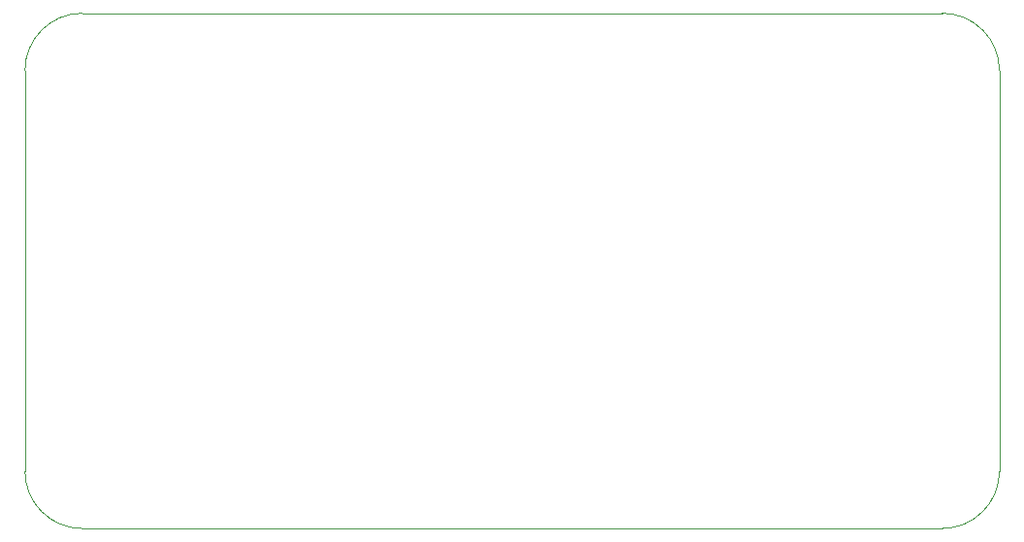
<source format=gbr>
%TF.GenerationSoftware,KiCad,Pcbnew,7.0.7*%
%TF.CreationDate,2024-01-15T23:48:36+01:00*%
%TF.ProjectId,FlipperZeroESP32,466c6970-7065-4725-9a65-726f45535033,rev?*%
%TF.SameCoordinates,Original*%
%TF.FileFunction,Profile,NP*%
%FSLAX46Y46*%
G04 Gerber Fmt 4.6, Leading zero omitted, Abs format (unit mm)*
G04 Created by KiCad (PCBNEW 7.0.7) date 2024-01-15 23:48:36*
%MOMM*%
%LPD*%
G01*
G04 APERTURE LIST*
%TA.AperFunction,Profile*%
%ADD10C,0.100000*%
%TD*%
G04 APERTURE END LIST*
D10*
X105000000Y-145000000D02*
X180000000Y-145000000D01*
X180000000Y-145000000D02*
G75*
G03*
X185000000Y-140000000I0J5000000D01*
G01*
X105000000Y-100000000D02*
X180000000Y-100000000D01*
X100000000Y-105000000D02*
X100000000Y-140000000D01*
X185000000Y-105000000D02*
X185000000Y-140000000D01*
X100000000Y-140000000D02*
G75*
G03*
X105000000Y-145000000I5000000J0D01*
G01*
X105000000Y-100000000D02*
G75*
G03*
X100000000Y-105000000I0J-5000000D01*
G01*
X185000000Y-105000000D02*
G75*
G03*
X180000000Y-100000000I-5000000J0D01*
G01*
M02*

</source>
